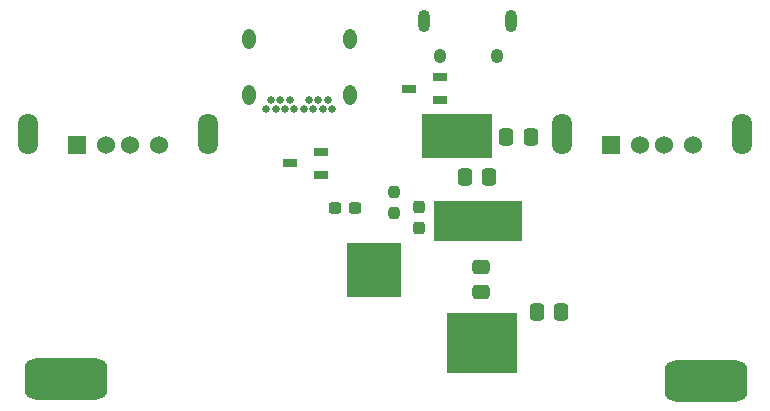
<source format=gbr>
%TF.GenerationSoftware,KiCad,Pcbnew,(6.0.6)*%
%TF.CreationDate,2022-07-25T23:57:12+01:00*%
%TF.ProjectId,Virpar,56697270-6172-42e6-9b69-6361645f7063,rev?*%
%TF.SameCoordinates,Original*%
%TF.FileFunction,Soldermask,Bot*%
%TF.FilePolarity,Negative*%
%FSLAX46Y46*%
G04 Gerber Fmt 4.6, Leading zero omitted, Abs format (unit mm)*
G04 Created by KiCad (PCBNEW (6.0.6)) date 2022-07-25 23:57:12*
%MOMM*%
%LPD*%
G01*
G04 APERTURE LIST*
G04 Aperture macros list*
%AMRoundRect*
0 Rectangle with rounded corners*
0 $1 Rounding radius*
0 $2 $3 $4 $5 $6 $7 $8 $9 X,Y pos of 4 corners*
0 Add a 4 corners polygon primitive as box body*
4,1,4,$2,$3,$4,$5,$6,$7,$8,$9,$2,$3,0*
0 Add four circle primitives for the rounded corners*
1,1,$1+$1,$2,$3*
1,1,$1+$1,$4,$5*
1,1,$1+$1,$6,$7*
1,1,$1+$1,$8,$9*
0 Add four rect primitives between the rounded corners*
20,1,$1+$1,$2,$3,$4,$5,0*
20,1,$1+$1,$4,$5,$6,$7,0*
20,1,$1+$1,$6,$7,$8,$9,0*
20,1,$1+$1,$8,$9,$2,$3,0*%
G04 Aperture macros list end*
%ADD10R,6.000000X5.200000*%
%ADD11R,6.000000X3.700000*%
%ADD12R,7.500000X3.500000*%
%ADD13R,4.600000X4.600000*%
%ADD14RoundRect,0.875000X-2.625000X-0.875000X2.625000X-0.875000X2.625000X0.875000X-2.625000X0.875000X0*%
%ADD15R,1.524000X1.524000*%
%ADD16C,1.524000*%
%ADD17O,1.700000X3.500000*%
%ADD18C,0.660400*%
%ADD19O,1.117600X1.701800*%
%ADD20O,1.050000X1.250000*%
%ADD21O,1.000000X1.900000*%
%ADD22RoundRect,0.250000X-0.337500X-0.475000X0.337500X-0.475000X0.337500X0.475000X-0.337500X0.475000X0*%
%ADD23RoundRect,0.237500X0.237500X-0.300000X0.237500X0.300000X-0.237500X0.300000X-0.237500X-0.300000X0*%
%ADD24RoundRect,0.237500X0.300000X0.237500X-0.300000X0.237500X-0.300000X-0.237500X0.300000X-0.237500X0*%
%ADD25R,1.220000X0.650000*%
%ADD26RoundRect,0.237500X-0.237500X0.250000X-0.237500X-0.250000X0.237500X-0.250000X0.237500X0.250000X0*%
%ADD27RoundRect,0.250000X-0.475000X0.337500X-0.475000X-0.337500X0.475000X-0.337500X0.475000X0.337500X0*%
G04 APERTURE END LIST*
D10*
%TO.C,3*%
X164912200Y-98744800D03*
%TD*%
D11*
%TO.C,2*%
X162782200Y-81224800D03*
%TD*%
D12*
%TO.C,1*%
X164597200Y-88454800D03*
%TD*%
D13*
%TO.C,U1*%
X155803600Y-92583000D03*
%TD*%
D14*
%TO.C,BAT+*%
X129667000Y-101828600D03*
%TD*%
%TO.C,BAT-*%
X183921400Y-101930200D03*
%TD*%
D15*
%TO.C,J4*%
X175818800Y-81994400D03*
D16*
X178324000Y-82000000D03*
X180324000Y-82000000D03*
X182824000Y-82000000D03*
D17*
X171729400Y-81080000D03*
X186944000Y-81080000D03*
%TD*%
D15*
%TO.C,J3*%
X130606800Y-81991200D03*
D16*
X133112000Y-81996800D03*
X135112000Y-81996800D03*
X137612000Y-81996800D03*
D17*
X126517400Y-81076800D03*
X141732000Y-81076800D03*
%TD*%
D18*
%TO.C,J2*%
X147445792Y-78916399D03*
X151446422Y-78916399D03*
X146645666Y-78916399D03*
X147045792Y-78216398D03*
X147845918Y-78216398D03*
X148245918Y-78916399D03*
X148646044Y-78216398D03*
X149046044Y-78916399D03*
X149846170Y-78916399D03*
X150246170Y-78216398D03*
X150646296Y-78916399D03*
X151046296Y-78216398D03*
X151846422Y-78216398D03*
X152246548Y-78916399D03*
D19*
X145176108Y-77766399D03*
X153716108Y-73036399D03*
X153771600Y-77749400D03*
X145176108Y-73036399D03*
%TD*%
D20*
%TO.C,J1*%
X161340800Y-74450200D03*
D21*
X167386000Y-71450200D03*
D20*
X166166800Y-74450200D03*
D21*
X160020000Y-71450200D03*
%TD*%
D22*
%TO.C,CP19*%
X163478300Y-84658200D03*
X165553300Y-84658200D03*
%TD*%
D23*
%TO.C,C3*%
X159588200Y-88975100D03*
X159588200Y-87250100D03*
%TD*%
D24*
%TO.C,C4*%
X154202300Y-87299800D03*
X152477300Y-87299800D03*
%TD*%
D25*
%TO.C,Q4*%
X161380800Y-76266000D03*
X161380800Y-78166000D03*
X158760800Y-77216000D03*
%TD*%
D26*
%TO.C,R10*%
X157505400Y-85955500D03*
X157505400Y-87780500D03*
%TD*%
D22*
%TO.C,CP18*%
X169548900Y-96151700D03*
X171623900Y-96151700D03*
%TD*%
D25*
%TO.C,Q2*%
X151297000Y-82590600D03*
X151297000Y-84490600D03*
X148677000Y-83540600D03*
%TD*%
D27*
%TO.C,CP15*%
X164820600Y-92320200D03*
X164820600Y-94395200D03*
%TD*%
D22*
%TO.C,CP8*%
X166983500Y-81305400D03*
X169058500Y-81305400D03*
%TD*%
M02*

</source>
